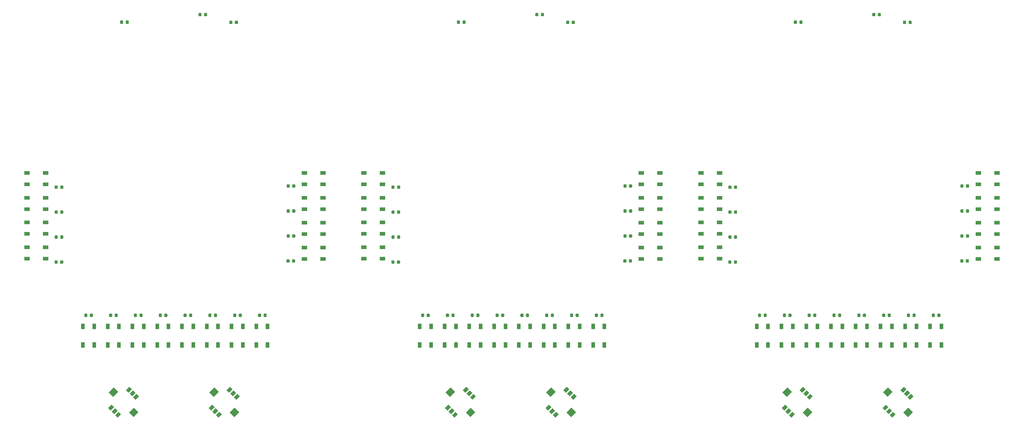
<source format=gtp>
%MOIN*%
%OFA0B0*%
%FSLAX46Y46*%
%IPPOS*%
%LPD*%
%ADD10R,0.0610236220472441X0.03937007874015748*%
%ADD11C,0.0039370078740157488*%
%ADD12R,0.03937007874015748X0.0610236220472441*%
%ADD23R,0.0610236220472441X0.03937007874015748*%
%ADD24C,0.0039370078740157488*%
%ADD25R,0.03937007874015748X0.0610236220472441*%
%ADD26R,0.0610236220472441X0.03937007874015748*%
%ADD27C,0.0039370078740157488*%
%ADD28R,0.03937007874015748X0.0610236220472441*%
G01*
G36*
G01*
X0000947480Y0003427278D02*
X0000947480Y0003447456D01*
G75*
G02*
X0000956092Y0003456068I0000008612D01*
G01*
X0000973316Y0003456068D01*
G75*
G02*
X0000981929Y0003447456J-0000008612D01*
G01*
X0000981929Y0003427278D01*
G75*
G02*
X0000973316Y0003418666I-0000008612D01*
G01*
X0000956092Y0003418666D01*
G75*
G02*
X0000947480Y0003427278J0000008612D01*
G01*
G37*
G36*
G01*
X0000885472Y0003427278D02*
X0000885472Y0003447456D01*
G75*
G02*
X0000894084Y0003456068I0000008612D01*
G01*
X0000911309Y0003456068D01*
G75*
G02*
X0000919921Y0003447456J-0000008612D01*
G01*
X0000919921Y0003427278D01*
G75*
G02*
X0000911309Y0003418666I-0000008612D01*
G01*
X0000894084Y0003418666D01*
G75*
G02*
X0000885472Y0003427278J0000008612D01*
G01*
G37*
G36*
G01*
X0000947480Y0003149945D02*
X0000947480Y0003170122D01*
G75*
G02*
X0000956092Y0003178734I0000008612D01*
G01*
X0000973316Y0003178734D01*
G75*
G02*
X0000981929Y0003170122J-0000008612D01*
G01*
X0000981929Y0003149945D01*
G75*
G02*
X0000973316Y0003141333I-0000008612D01*
G01*
X0000956092Y0003141333D01*
G75*
G02*
X0000947480Y0003149945J0000008612D01*
G01*
G37*
G36*
G01*
X0000885472Y0003149945D02*
X0000885472Y0003170122D01*
G75*
G02*
X0000894084Y0003178734I0000008612D01*
G01*
X0000911309Y0003178734D01*
G75*
G02*
X0000919921Y0003170122J-0000008612D01*
G01*
X0000919921Y0003149945D01*
G75*
G02*
X0000911309Y0003141333I-0000008612D01*
G01*
X0000894084Y0003141333D01*
G75*
G02*
X0000885472Y0003149945J0000008612D01*
G01*
G37*
G36*
G01*
X0003495921Y0003181789D02*
X0003495921Y0003161612D01*
G75*
G02*
X0003487309Y0003153000I-0000008612D01*
G01*
X0003470084Y0003153000D01*
G75*
G02*
X0003461472Y0003161612J0000008612D01*
G01*
X0003461472Y0003181789D01*
G75*
G02*
X0003470084Y0003190401I0000008612D01*
G01*
X0003487309Y0003190401D01*
G75*
G02*
X0003495921Y0003181789J-0000008612D01*
G01*
G37*
G36*
G01*
X0003557929Y0003181789D02*
X0003557929Y0003161612D01*
G75*
G02*
X0003549316Y0003153000I-0000008612D01*
G01*
X0003532092Y0003153000D01*
G75*
G02*
X0003523480Y0003161612J0000008612D01*
G01*
X0003523480Y0003181789D01*
G75*
G02*
X0003532092Y0003190401I0000008612D01*
G01*
X0003549316Y0003190401D01*
G75*
G02*
X0003557929Y0003181789J-0000008612D01*
G01*
G37*
G36*
G01*
X0001800064Y0002299789D02*
X0001800064Y0002279612D01*
G75*
G02*
X0001791451Y0002271000I-0000008612D01*
G01*
X0001774227Y0002271000D01*
G75*
G02*
X0001765615Y0002279612J0000008612D01*
G01*
X0001765615Y0002299789D01*
G75*
G02*
X0001774227Y0002308401I0000008612D01*
G01*
X0001791451Y0002308401D01*
G75*
G02*
X0001800064Y0002299789J-0000008612D01*
G01*
G37*
G36*
G01*
X0001862071Y0002299789D02*
X0001862071Y0002279612D01*
G75*
G02*
X0001853459Y0002271000I-0000008612D01*
G01*
X0001836235Y0002271000D01*
G75*
G02*
X0001827623Y0002279612J0000008612D01*
G01*
X0001827623Y0002299789D01*
G75*
G02*
X0001836235Y0002308401I0000008612D01*
G01*
X0001853459Y0002308401D01*
G75*
G02*
X0001862071Y0002299789J-0000008612D01*
G01*
G37*
G36*
G01*
X0001674015Y0005539911D02*
X0001674015Y0005560088D01*
G75*
G02*
X0001682627Y0005568700I0000008612D01*
G01*
X0001699852Y0005568700D01*
G75*
G02*
X0001708464Y0005560088J-0000008612D01*
G01*
X0001708464Y0005539911D01*
G75*
G02*
X0001699852Y0005531299I-0000008612D01*
G01*
X0001682627Y0005531299D01*
G75*
G02*
X0001674015Y0005539911J0000008612D01*
G01*
G37*
G36*
G01*
X0001612007Y0005539911D02*
X0001612007Y0005560088D01*
G75*
G02*
X0001620620Y0005568700I0000008612D01*
G01*
X0001637844Y0005568700D01*
G75*
G02*
X0001646456Y0005560088J-0000008612D01*
G01*
X0001646456Y0005539911D01*
G75*
G02*
X0001637844Y0005531299I-0000008612D01*
G01*
X0001620620Y0005531299D01*
G75*
G02*
X0001612007Y0005539911J0000008612D01*
G01*
G37*
G36*
G01*
X0000946480Y0002872612D02*
X0000946480Y0002892789D01*
G75*
G02*
X0000955092Y0002901401I0000008612D01*
G01*
X0000972316Y0002901401D01*
G75*
G02*
X0000980929Y0002892789J-0000008612D01*
G01*
X0000980929Y0002872612D01*
G75*
G02*
X0000972316Y0002864000I-0000008612D01*
G01*
X0000955092Y0002864000D01*
G75*
G02*
X0000946480Y0002872612J0000008612D01*
G01*
G37*
G36*
G01*
X0000884472Y0002872612D02*
X0000884472Y0002892789D01*
G75*
G02*
X0000893084Y0002901401I0000008612D01*
G01*
X0000910309Y0002901401D01*
G75*
G02*
X0000918921Y0002892789J-0000008612D01*
G01*
X0000918921Y0002872612D01*
G75*
G02*
X0000910309Y0002864000I-0000008612D01*
G01*
X0000893084Y0002864000D01*
G75*
G02*
X0000884472Y0002872612J0000008612D01*
G01*
G37*
G36*
G01*
X0002886220Y0005537549D02*
X0002886220Y0005557726D01*
G75*
G02*
X0002894832Y0005566338I0000008612D01*
G01*
X0002912057Y0005566338D01*
G75*
G02*
X0002920669Y0005557726J-0000008612D01*
G01*
X0002920669Y0005537549D01*
G75*
G02*
X0002912057Y0005528937I-0000008612D01*
G01*
X0002894832Y0005528937D01*
G75*
G02*
X0002886220Y0005537549J0000008612D01*
G01*
G37*
G36*
G01*
X0002824212Y0005537549D02*
X0002824212Y0005557726D01*
G75*
G02*
X0002832824Y0005566338I0000008612D01*
G01*
X0002850049Y0005566338D01*
G75*
G02*
X0002858661Y0005557726J-0000008612D01*
G01*
X0002858661Y0005537549D01*
G75*
G02*
X0002850049Y0005528937I-0000008612D01*
G01*
X0002832824Y0005528937D01*
G75*
G02*
X0002824212Y0005537549J0000008612D01*
G01*
G37*
G36*
G01*
X0000947480Y0003704612D02*
X0000947480Y0003724789D01*
G75*
G02*
X0000956092Y0003733401I0000008612D01*
G01*
X0000973316Y0003733401D01*
G75*
G02*
X0000981929Y0003724789J-0000008612D01*
G01*
X0000981929Y0003704612D01*
G75*
G02*
X0000973316Y0003696000I-0000008612D01*
G01*
X0000956092Y0003696000D01*
G75*
G02*
X0000947480Y0003704612J0000008612D01*
G01*
G37*
G36*
G01*
X0000885472Y0003704612D02*
X0000885472Y0003724789D01*
G75*
G02*
X0000894084Y0003733401I0000008612D01*
G01*
X0000911309Y0003733401D01*
G75*
G02*
X0000919921Y0003724789J-0000008612D01*
G01*
X0000919921Y0003704612D01*
G75*
G02*
X0000911309Y0003696000I-0000008612D01*
G01*
X0000894084Y0003696000D01*
G75*
G02*
X0000885472Y0003704612J0000008612D01*
G01*
G37*
G36*
G01*
X0001524492Y0002299789D02*
X0001524492Y0002279612D01*
G75*
G02*
X0001515880Y0002271000I-0000008612D01*
G01*
X0001498656Y0002271000D01*
G75*
G02*
X0001490043Y0002279612J0000008612D01*
G01*
X0001490043Y0002299789D01*
G75*
G02*
X0001498656Y0002308401I0000008612D01*
G01*
X0001515880Y0002308401D01*
G75*
G02*
X0001524492Y0002299789J-0000008612D01*
G01*
G37*
G36*
G01*
X0001586500Y0002299789D02*
X0001586500Y0002279612D01*
G75*
G02*
X0001577888Y0002271000I-0000008612D01*
G01*
X0001560663Y0002271000D01*
G75*
G02*
X0001552051Y0002279612J0000008612D01*
G01*
X0001552051Y0002299789D01*
G75*
G02*
X0001560663Y0002308401I0000008612D01*
G01*
X0001577888Y0002308401D01*
G75*
G02*
X0001586500Y0002299789J-0000008612D01*
G01*
G37*
G36*
G01*
X0002902349Y0002299789D02*
X0002902349Y0002279612D01*
G75*
G02*
X0002893737Y0002271000I-0000008612D01*
G01*
X0002876513Y0002271000D01*
G75*
G02*
X0002867900Y0002279612J0000008612D01*
G01*
X0002867900Y0002299789D01*
G75*
G02*
X0002876513Y0002308401I0000008612D01*
G01*
X0002893737Y0002308401D01*
G75*
G02*
X0002902349Y0002299789J-0000008612D01*
G01*
G37*
G36*
G01*
X0002964357Y0002299789D02*
X0002964357Y0002279612D01*
G75*
G02*
X0002955745Y0002271000I-0000008612D01*
G01*
X0002938521Y0002271000D01*
G75*
G02*
X0002929908Y0002279612J0000008612D01*
G01*
X0002929908Y0002299789D01*
G75*
G02*
X0002938521Y0002308401I0000008612D01*
G01*
X0002955745Y0002308401D01*
G75*
G02*
X0002964357Y0002299789J-0000008612D01*
G01*
G37*
G36*
G01*
X0002351206Y0002299789D02*
X0002351206Y0002279612D01*
G75*
G02*
X0002342594Y0002271000I-0000008612D01*
G01*
X0002325370Y0002271000D01*
G75*
G02*
X0002316758Y0002279612J0000008612D01*
G01*
X0002316758Y0002299789D01*
G75*
G02*
X0002325370Y0002308401I0000008612D01*
G01*
X0002342594Y0002308401D01*
G75*
G02*
X0002351206Y0002299789J-0000008612D01*
G01*
G37*
G36*
G01*
X0002413214Y0002299789D02*
X0002413214Y0002279612D01*
G75*
G02*
X0002404602Y0002271000I-0000008612D01*
G01*
X0002387378Y0002271000D01*
G75*
G02*
X0002378765Y0002279612J0000008612D01*
G01*
X0002378765Y0002299789D01*
G75*
G02*
X0002387378Y0002308401I0000008612D01*
G01*
X0002404602Y0002308401D01*
G75*
G02*
X0002413214Y0002299789J-0000008612D01*
G01*
G37*
G36*
G01*
X0001248921Y0002299789D02*
X0001248921Y0002279612D01*
G75*
G02*
X0001240309Y0002271000I-0000008612D01*
G01*
X0001223084Y0002271000D01*
G75*
G02*
X0001214472Y0002279612J0000008612D01*
G01*
X0001214472Y0002299789D01*
G75*
G02*
X0001223084Y0002308401I0000008612D01*
G01*
X0001240309Y0002308401D01*
G75*
G02*
X0001248921Y0002299789J-0000008612D01*
G01*
G37*
G36*
G01*
X0001310929Y0002299789D02*
X0001310929Y0002279612D01*
G75*
G02*
X0001302316Y0002271000I-0000008612D01*
G01*
X0001285092Y0002271000D01*
G75*
G02*
X0001276480Y0002279612J0000008612D01*
G01*
X0001276480Y0002299789D01*
G75*
G02*
X0001285092Y0002308401I0000008612D01*
G01*
X0001302316Y0002308401D01*
G75*
G02*
X0001310929Y0002299789J-0000008612D01*
G01*
G37*
G36*
G01*
X0003495921Y0003459789D02*
X0003495921Y0003439612D01*
G75*
G02*
X0003487309Y0003431000I-0000008612D01*
G01*
X0003470084Y0003431000D01*
G75*
G02*
X0003461472Y0003439612J0000008612D01*
G01*
X0003461472Y0003459789D01*
G75*
G02*
X0003470084Y0003468401I0000008612D01*
G01*
X0003487309Y0003468401D01*
G75*
G02*
X0003495921Y0003459789J-0000008612D01*
G01*
G37*
G36*
G01*
X0003557929Y0003459789D02*
X0003557929Y0003439612D01*
G75*
G02*
X0003549316Y0003431000I-0000008612D01*
G01*
X0003532092Y0003431000D01*
G75*
G02*
X0003523480Y0003439612J0000008612D01*
G01*
X0003523480Y0003459789D01*
G75*
G02*
X0003532092Y0003468401I0000008612D01*
G01*
X0003549316Y0003468401D01*
G75*
G02*
X0003557929Y0003459789J-0000008612D01*
G01*
G37*
G36*
G01*
X0002626778Y0002299789D02*
X0002626778Y0002279612D01*
G75*
G02*
X0002618166Y0002271000I-0000008612D01*
G01*
X0002600941Y0002271000D01*
G75*
G02*
X0002592329Y0002279612J0000008612D01*
G01*
X0002592329Y0002299789D01*
G75*
G02*
X0002600941Y0002308401I0000008612D01*
G01*
X0002618166Y0002308401D01*
G75*
G02*
X0002626778Y0002299789J-0000008612D01*
G01*
G37*
G36*
G01*
X0002688786Y0002299789D02*
X0002688786Y0002279612D01*
G75*
G02*
X0002680174Y0002271000I-0000008612D01*
G01*
X0002662949Y0002271000D01*
G75*
G02*
X0002654337Y0002279612J0000008612D01*
G01*
X0002654337Y0002299789D01*
G75*
G02*
X0002662949Y0002308401I0000008612D01*
G01*
X0002680174Y0002308401D01*
G75*
G02*
X0002688786Y0002299789J-0000008612D01*
G01*
G37*
G36*
G01*
X0003495921Y0003737789D02*
X0003495921Y0003717612D01*
G75*
G02*
X0003487309Y0003709000I-0000008612D01*
G01*
X0003470084Y0003709000D01*
G75*
G02*
X0003461472Y0003717612J0000008612D01*
G01*
X0003461472Y0003737789D01*
G75*
G02*
X0003470084Y0003746401I0000008612D01*
G01*
X0003487309Y0003746401D01*
G75*
G02*
X0003495921Y0003737789J-0000008612D01*
G01*
G37*
G36*
G01*
X0003557929Y0003737789D02*
X0003557929Y0003717612D01*
G75*
G02*
X0003549316Y0003709000I-0000008612D01*
G01*
X0003532092Y0003709000D01*
G75*
G02*
X0003523480Y0003717612J0000008612D01*
G01*
X0003523480Y0003737789D01*
G75*
G02*
X0003532092Y0003746401I0000008612D01*
G01*
X0003549316Y0003746401D01*
G75*
G02*
X0003557929Y0003737789J-0000008612D01*
G01*
G37*
G36*
G01*
X0002544480Y0005623612D02*
X0002544480Y0005643789D01*
G75*
G02*
X0002553092Y0005652401I0000008612D01*
G01*
X0002570316Y0005652401D01*
G75*
G02*
X0002578929Y0005643789J-0000008612D01*
G01*
X0002578929Y0005623612D01*
G75*
G02*
X0002570316Y0005615000I-0000008612D01*
G01*
X0002553092Y0005615000D01*
G75*
G02*
X0002544480Y0005623612J0000008612D01*
G01*
G37*
G36*
G01*
X0002482472Y0005623612D02*
X0002482472Y0005643789D01*
G75*
G02*
X0002491084Y0005652401I0000008612D01*
G01*
X0002508309Y0005652401D01*
G75*
G02*
X0002516921Y0005643789J-0000008612D01*
G01*
X0002516921Y0005623612D01*
G75*
G02*
X0002508309Y0005615000I-0000008612D01*
G01*
X0002491084Y0005615000D01*
G75*
G02*
X0002482472Y0005623612J0000008612D01*
G01*
G37*
D10*
X0000786811Y0003196309D03*
X0000786811Y0003322293D03*
X0000580118Y0003322293D03*
X0000580118Y0003196309D03*
D11*
G36*
X0002878664Y0001158059D02*
G01*
X0002828554Y0001208169D01*
X0002884231Y0001263847D01*
X0002934341Y0001213737D01*
X0002878664Y0001158059D01*
G37*
G36*
X0002653169Y0001383554D02*
G01*
X0002603059Y0001433664D01*
X0002658737Y0001489341D01*
X0002708847Y0001439232D01*
X0002653169Y0001383554D01*
G37*
G36*
X0002903023Y0001350843D02*
G01*
X0002875184Y0001378682D01*
X0002912766Y0001416264D01*
X0002940605Y0001388426D01*
X0002903023Y0001350843D01*
G37*
G36*
X0002823682Y0001430184D02*
G01*
X0002795843Y0001458023D01*
X0002833426Y0001495605D01*
X0002861264Y0001467766D01*
X0002823682Y0001430184D01*
G37*
G36*
X0002863352Y0001390514D02*
G01*
X0002835514Y0001418352D01*
X0002873096Y0001455935D01*
X0002900935Y0001428096D01*
X0002863352Y0001390514D01*
G37*
G36*
X0002703975Y0001151795D02*
G01*
X0002676136Y0001179634D01*
X0002713719Y0001217217D01*
X0002741557Y0001189378D01*
X0002703975Y0001151795D01*
G37*
G36*
X0002624634Y0001231136D02*
G01*
X0002596795Y0001258975D01*
X0002634378Y0001296557D01*
X0002662217Y0001268719D01*
X0002624634Y0001231136D01*
G37*
G36*
X0002664305Y0001191466D02*
G01*
X0002636466Y0001219305D01*
X0002674048Y0001256887D01*
X0002701887Y0001229048D01*
X0002664305Y0001191466D01*
G37*
D12*
X0002150407Y0002166047D03*
X0002024422Y0002166047D03*
X0002024422Y0001959354D03*
X0002150407Y0001959354D03*
D10*
X0003866878Y0003745677D03*
X0003866878Y0003871661D03*
X0003660185Y0003871661D03*
X0003660185Y0003745677D03*
X0003866878Y0003469801D03*
X0003866878Y0003595785D03*
X0003660185Y0003595785D03*
X0003660185Y0003469801D03*
D11*
G36*
X0001760664Y0001158059D02*
G01*
X0001710554Y0001208169D01*
X0001766232Y0001263847D01*
X0001816341Y0001213737D01*
X0001760664Y0001158059D01*
G37*
G36*
X0001535169Y0001383554D02*
G01*
X0001485059Y0001433664D01*
X0001540737Y0001489341D01*
X0001590847Y0001439232D01*
X0001535169Y0001383554D01*
G37*
G36*
X0001785023Y0001350843D02*
G01*
X0001757184Y0001378682D01*
X0001794766Y0001416264D01*
X0001822605Y0001388426D01*
X0001785023Y0001350843D01*
G37*
G36*
X0001705682Y0001430184D02*
G01*
X0001677843Y0001458023D01*
X0001715426Y0001495605D01*
X0001743264Y0001467766D01*
X0001705682Y0001430184D01*
G37*
G36*
X0001745352Y0001390514D02*
G01*
X0001717514Y0001418352D01*
X0001755096Y0001455935D01*
X0001782935Y0001428096D01*
X0001745352Y0001390514D01*
G37*
G36*
X0001585975Y0001151795D02*
G01*
X0001558136Y0001179634D01*
X0001595719Y0001217217D01*
X0001623557Y0001189378D01*
X0001585975Y0001151795D01*
G37*
G36*
X0001506634Y0001231136D02*
G01*
X0001478795Y0001258975D01*
X0001516378Y0001296557D01*
X0001544217Y0001268719D01*
X0001506634Y0001231136D01*
G37*
G36*
X0001546305Y0001191466D02*
G01*
X0001518466Y0001219305D01*
X0001556048Y0001256887D01*
X0001583887Y0001229048D01*
X0001546305Y0001191466D01*
G37*
D12*
X0003250292Y0002166047D03*
X0003124308Y0002166047D03*
X0003124308Y0001959354D03*
X0003250292Y0001959354D03*
X0002975321Y0002166047D03*
X0002849337Y0002166047D03*
X0002849337Y0001959354D03*
X0002975321Y0001959354D03*
X0002700349Y0002166047D03*
X0002574365Y0002166047D03*
X0002574365Y0001959354D03*
X0002700349Y0001959354D03*
D10*
X0000786811Y0002921259D03*
X0000786811Y0003047244D03*
X0000580118Y0003047244D03*
X0000580118Y0002921259D03*
D12*
X0001600464Y0002166047D03*
X0001474480Y0002166047D03*
X0001474480Y0001959354D03*
X0001600464Y0001959354D03*
D10*
X0003866878Y0003193925D03*
X0003866878Y0003319909D03*
X0003660185Y0003319909D03*
X0003660185Y0003193925D03*
X0003866878Y0002918049D03*
X0003866878Y0003044033D03*
X0003660185Y0003044033D03*
X0003660185Y0002918049D03*
X0000786811Y0003471359D03*
X0000786811Y0003597343D03*
X0000580118Y0003597343D03*
X0000580118Y0003471359D03*
D12*
X0002425378Y0002166047D03*
X0002299394Y0002166047D03*
X0002299394Y0001959354D03*
X0002425378Y0001959354D03*
X0001325492Y0002166047D03*
X0001199508Y0002166047D03*
X0001199508Y0001959354D03*
X0001325492Y0001959354D03*
D10*
X0000786811Y0003746408D03*
X0000786811Y0003872392D03*
X0000580118Y0003872392D03*
X0000580118Y0003746408D03*
D12*
X0001875435Y0002166047D03*
X0001749451Y0002166047D03*
X0001749451Y0001959354D03*
X0001875435Y0001959354D03*
G36*
G01*
X0002075635Y0002299789D02*
X0002075635Y0002279612D01*
G75*
G02*
X0002067023Y0002271000I-0000008612D01*
G01*
X0002049798Y0002271000D01*
G75*
G02*
X0002041186Y0002279612J0000008612D01*
G01*
X0002041186Y0002299789D01*
G75*
G02*
X0002049798Y0002308401I0000008612D01*
G01*
X0002067023Y0002308401D01*
G75*
G02*
X0002075635Y0002299789J-0000008612D01*
G01*
G37*
G36*
G01*
X0002137643Y0002299789D02*
X0002137643Y0002279612D01*
G75*
G02*
X0002129031Y0002271000I-0000008612D01*
G01*
X0002111806Y0002271000D01*
G75*
G02*
X0002103194Y0002279612J0000008612D01*
G01*
X0002103194Y0002299789D01*
G75*
G02*
X0002111806Y0002308401I0000008612D01*
G01*
X0002129031Y0002308401D01*
G75*
G02*
X0002137643Y0002299789J-0000008612D01*
G01*
G37*
G36*
G01*
X0003493921Y0002903789D02*
X0003493921Y0002883612D01*
G75*
G02*
X0003485309Y0002875000I-0000008612D01*
G01*
X0003468084Y0002875000D01*
G75*
G02*
X0003459472Y0002883612J0000008612D01*
G01*
X0003459472Y0002903789D01*
G75*
G02*
X0003468084Y0002912401I0000008612D01*
G01*
X0003485309Y0002912401D01*
G75*
G02*
X0003493921Y0002903789J-0000008612D01*
G01*
G37*
G36*
G01*
X0003555929Y0002903789D02*
X0003555929Y0002883612D01*
G75*
G02*
X0003547316Y0002875000I-0000008612D01*
G01*
X0003530092Y0002875000D01*
G75*
G02*
X0003521480Y0002883612J0000008612D01*
G01*
X0003521480Y0002903789D01*
G75*
G02*
X0003530092Y0002912401I0000008612D01*
G01*
X0003547316Y0002912401D01*
G75*
G02*
X0003555929Y0002903789J-0000008612D01*
G01*
G37*
G36*
G01*
X0003177921Y0002299789D02*
X0003177921Y0002279612D01*
G75*
G02*
X0003169309Y0002271000I-0000008612D01*
G01*
X0003152084Y0002271000D01*
G75*
G02*
X0003143472Y0002279612J0000008612D01*
G01*
X0003143472Y0002299789D01*
G75*
G02*
X0003152084Y0002308401I0000008612D01*
G01*
X0003169309Y0002308401D01*
G75*
G02*
X0003177921Y0002299789J-0000008612D01*
G01*
G37*
G36*
G01*
X0003239929Y0002299789D02*
X0003239929Y0002279612D01*
G75*
G02*
X0003231316Y0002271000I-0000008612D01*
G01*
X0003214092Y0002271000D01*
G75*
G02*
X0003205480Y0002279612J0000008612D01*
G01*
X0003205480Y0002299789D01*
G75*
G02*
X0003214092Y0002308401I0000008612D01*
G01*
X0003231316Y0002308401D01*
G75*
G02*
X0003239929Y0002299789J-0000008612D01*
G01*
G37*
G04 next file*
G04 #@! TF.GenerationSoftware,KiCad,Pcbnew,(5.1.9)-1*
G04 #@! TF.CreationDate,2021-01-16T23:54:46-07:00*
G04 #@! TF.ProjectId,purplewizard,70757270-6c65-4776-997a-6172642e6b69,0.1*
G04 #@! TF.SameCoordinates,PX613b810PYa454c00*
G04 #@! TF.FileFunction,Paste,Top*
G04 #@! TF.FilePolarity,Positive*
G04 Gerber Fmt 4.6, Leading zero omitted, Abs format (unit mm)*
G04 Created by KiCad (PCBNEW (5.1.9)-1) date 2021-01-16 23:54:46*
G01*
G04 APERTURE LIST*
G04 APERTURE END LIST*
G36*
G01*
X0004687637Y0003427278D02*
X0004687637Y0003447456D01*
G75*
G02*
X0004696250Y0003456068I0000008612D01*
G01*
X0004713474Y0003456068D01*
G75*
G02*
X0004722086Y0003447456J-0000008612D01*
G01*
X0004722086Y0003427278D01*
G75*
G02*
X0004713474Y0003418666I-0000008612D01*
G01*
X0004696250Y0003418666D01*
G75*
G02*
X0004687637Y0003427278J0000008612D01*
G01*
G37*
G36*
G01*
X0004625629Y0003427278D02*
X0004625629Y0003447456D01*
G75*
G02*
X0004634242Y0003456068I0000008612D01*
G01*
X0004651466Y0003456068D01*
G75*
G02*
X0004660078Y0003447456J-0000008612D01*
G01*
X0004660078Y0003427278D01*
G75*
G02*
X0004651466Y0003418666I-0000008612D01*
G01*
X0004634242Y0003418666D01*
G75*
G02*
X0004625629Y0003427278J0000008612D01*
G01*
G37*
G36*
G01*
X0004687637Y0003149945D02*
X0004687637Y0003170122D01*
G75*
G02*
X0004696250Y0003178734I0000008612D01*
G01*
X0004713474Y0003178734D01*
G75*
G02*
X0004722086Y0003170122J-0000008612D01*
G01*
X0004722086Y0003149945D01*
G75*
G02*
X0004713474Y0003141333I-0000008612D01*
G01*
X0004696250Y0003141333D01*
G75*
G02*
X0004687637Y0003149945J0000008612D01*
G01*
G37*
G36*
G01*
X0004625629Y0003149945D02*
X0004625629Y0003170122D01*
G75*
G02*
X0004634242Y0003178734I0000008612D01*
G01*
X0004651466Y0003178734D01*
G75*
G02*
X0004660078Y0003170122J-0000008612D01*
G01*
X0004660078Y0003149945D01*
G75*
G02*
X0004651466Y0003141333I-0000008612D01*
G01*
X0004634242Y0003141333D01*
G75*
G02*
X0004625629Y0003149945J0000008612D01*
G01*
G37*
G36*
G01*
X0007236078Y0003181789D02*
X0007236078Y0003161612D01*
G75*
G02*
X0007227466Y0003153000I-0000008612D01*
G01*
X0007210242Y0003153000D01*
G75*
G02*
X0007201629Y0003161612J0000008612D01*
G01*
X0007201629Y0003181789D01*
G75*
G02*
X0007210242Y0003190401I0000008612D01*
G01*
X0007227466Y0003190401D01*
G75*
G02*
X0007236078Y0003181789J-0000008612D01*
G01*
G37*
G36*
G01*
X0007298086Y0003181789D02*
X0007298086Y0003161612D01*
G75*
G02*
X0007289474Y0003153000I-0000008612D01*
G01*
X0007272250Y0003153000D01*
G75*
G02*
X0007263637Y0003161612J0000008612D01*
G01*
X0007263637Y0003181789D01*
G75*
G02*
X0007272250Y0003190401I0000008612D01*
G01*
X0007289474Y0003190401D01*
G75*
G02*
X0007298086Y0003181789J-0000008612D01*
G01*
G37*
G36*
G01*
X0005540221Y0002299789D02*
X0005540221Y0002279612D01*
G75*
G02*
X0005531609Y0002271000I-0000008612D01*
G01*
X0005514384Y0002271000D01*
G75*
G02*
X0005505772Y0002279612J0000008612D01*
G01*
X0005505772Y0002299789D01*
G75*
G02*
X0005514384Y0002308401I0000008612D01*
G01*
X0005531609Y0002308401D01*
G75*
G02*
X0005540221Y0002299789J-0000008612D01*
G01*
G37*
G36*
G01*
X0005602229Y0002299789D02*
X0005602229Y0002279612D01*
G75*
G02*
X0005593617Y0002271000I-0000008612D01*
G01*
X0005576392Y0002271000D01*
G75*
G02*
X0005567780Y0002279612J0000008612D01*
G01*
X0005567780Y0002299789D01*
G75*
G02*
X0005576392Y0002308401I0000008612D01*
G01*
X0005593617Y0002308401D01*
G75*
G02*
X0005602229Y0002299789J-0000008612D01*
G01*
G37*
G36*
G01*
X0005414173Y0005539911D02*
X0005414173Y0005560088D01*
G75*
G02*
X0005422785Y0005568700I0000008612D01*
G01*
X0005440009Y0005568700D01*
G75*
G02*
X0005448622Y0005560088J-0000008612D01*
G01*
X0005448622Y0005539911D01*
G75*
G02*
X0005440009Y0005531299I-0000008612D01*
G01*
X0005422785Y0005531299D01*
G75*
G02*
X0005414173Y0005539911J0000008612D01*
G01*
G37*
G36*
G01*
X0005352165Y0005539911D02*
X0005352165Y0005560088D01*
G75*
G02*
X0005360777Y0005568700I0000008612D01*
G01*
X0005378001Y0005568700D01*
G75*
G02*
X0005386614Y0005560088J-0000008612D01*
G01*
X0005386614Y0005539911D01*
G75*
G02*
X0005378001Y0005531299I-0000008612D01*
G01*
X0005360777Y0005531299D01*
G75*
G02*
X0005352165Y0005539911J0000008612D01*
G01*
G37*
G36*
G01*
X0004686637Y0002872612D02*
X0004686637Y0002892789D01*
G75*
G02*
X0004695250Y0002901401I0000008612D01*
G01*
X0004712474Y0002901401D01*
G75*
G02*
X0004721086Y0002892789J-0000008612D01*
G01*
X0004721086Y0002872612D01*
G75*
G02*
X0004712474Y0002864000I-0000008612D01*
G01*
X0004695250Y0002864000D01*
G75*
G02*
X0004686637Y0002872612J0000008612D01*
G01*
G37*
G36*
G01*
X0004624629Y0002872612D02*
X0004624629Y0002892789D01*
G75*
G02*
X0004633242Y0002901401I0000008612D01*
G01*
X0004650466Y0002901401D01*
G75*
G02*
X0004659078Y0002892789J-0000008612D01*
G01*
X0004659078Y0002872612D01*
G75*
G02*
X0004650466Y0002864000I-0000008612D01*
G01*
X0004633242Y0002864000D01*
G75*
G02*
X0004624629Y0002872612J0000008612D01*
G01*
G37*
G36*
G01*
X0006626377Y0005537549D02*
X0006626377Y0005557726D01*
G75*
G02*
X0006634990Y0005566338I0000008612D01*
G01*
X0006652214Y0005566338D01*
G75*
G02*
X0006660826Y0005557726J-0000008612D01*
G01*
X0006660826Y0005537549D01*
G75*
G02*
X0006652214Y0005528937I-0000008612D01*
G01*
X0006634990Y0005528937D01*
G75*
G02*
X0006626377Y0005537549J0000008612D01*
G01*
G37*
G36*
G01*
X0006564370Y0005537549D02*
X0006564370Y0005557726D01*
G75*
G02*
X0006572982Y0005566338I0000008612D01*
G01*
X0006590206Y0005566338D01*
G75*
G02*
X0006598818Y0005557726J-0000008612D01*
G01*
X0006598818Y0005537549D01*
G75*
G02*
X0006590206Y0005528937I-0000008612D01*
G01*
X0006572982Y0005528937D01*
G75*
G02*
X0006564370Y0005537549J0000008612D01*
G01*
G37*
G36*
G01*
X0004687637Y0003704612D02*
X0004687637Y0003724789D01*
G75*
G02*
X0004696250Y0003733401I0000008612D01*
G01*
X0004713474Y0003733401D01*
G75*
G02*
X0004722086Y0003724789J-0000008612D01*
G01*
X0004722086Y0003704612D01*
G75*
G02*
X0004713474Y0003696000I-0000008612D01*
G01*
X0004696250Y0003696000D01*
G75*
G02*
X0004687637Y0003704612J0000008612D01*
G01*
G37*
G36*
G01*
X0004625629Y0003704612D02*
X0004625629Y0003724789D01*
G75*
G02*
X0004634242Y0003733401I0000008612D01*
G01*
X0004651466Y0003733401D01*
G75*
G02*
X0004660078Y0003724789J-0000008612D01*
G01*
X0004660078Y0003704612D01*
G75*
G02*
X0004651466Y0003696000I-0000008612D01*
G01*
X0004634242Y0003696000D01*
G75*
G02*
X0004625629Y0003704612J0000008612D01*
G01*
G37*
G36*
G01*
X0005264650Y0002299789D02*
X0005264650Y0002279612D01*
G75*
G02*
X0005256037Y0002271000I-0000008612D01*
G01*
X0005238813Y0002271000D01*
G75*
G02*
X0005230201Y0002279612J0000008612D01*
G01*
X0005230201Y0002299789D01*
G75*
G02*
X0005238813Y0002308401I0000008612D01*
G01*
X0005256037Y0002308401D01*
G75*
G02*
X0005264650Y0002299789J-0000008612D01*
G01*
G37*
G36*
G01*
X0005326658Y0002299789D02*
X0005326658Y0002279612D01*
G75*
G02*
X0005318045Y0002271000I-0000008612D01*
G01*
X0005300821Y0002271000D01*
G75*
G02*
X0005292209Y0002279612J0000008612D01*
G01*
X0005292209Y0002299789D01*
G75*
G02*
X0005300821Y0002308401I0000008612D01*
G01*
X0005318045Y0002308401D01*
G75*
G02*
X0005326658Y0002299789J-0000008612D01*
G01*
G37*
G36*
G01*
X0006642507Y0002299789D02*
X0006642507Y0002279612D01*
G75*
G02*
X0006633895Y0002271000I-0000008612D01*
G01*
X0006616670Y0002271000D01*
G75*
G02*
X0006608058Y0002279612J0000008612D01*
G01*
X0006608058Y0002299789D01*
G75*
G02*
X0006616670Y0002308401I0000008612D01*
G01*
X0006633895Y0002308401D01*
G75*
G02*
X0006642507Y0002299789J-0000008612D01*
G01*
G37*
G36*
G01*
X0006704515Y0002299789D02*
X0006704515Y0002279612D01*
G75*
G02*
X0006695902Y0002271000I-0000008612D01*
G01*
X0006678678Y0002271000D01*
G75*
G02*
X0006670066Y0002279612J0000008612D01*
G01*
X0006670066Y0002299789D01*
G75*
G02*
X0006678678Y0002308401I0000008612D01*
G01*
X0006695902Y0002308401D01*
G75*
G02*
X0006704515Y0002299789J-0000008612D01*
G01*
G37*
G36*
G01*
X0006091364Y0002299789D02*
X0006091364Y0002279612D01*
G75*
G02*
X0006082752Y0002271000I-0000008612D01*
G01*
X0006065527Y0002271000D01*
G75*
G02*
X0006056915Y0002279612J0000008612D01*
G01*
X0006056915Y0002299789D01*
G75*
G02*
X0006065527Y0002308401I0000008612D01*
G01*
X0006082752Y0002308401D01*
G75*
G02*
X0006091364Y0002299789J-0000008612D01*
G01*
G37*
G36*
G01*
X0006153372Y0002299789D02*
X0006153372Y0002279612D01*
G75*
G02*
X0006144760Y0002271000I-0000008612D01*
G01*
X0006127535Y0002271000D01*
G75*
G02*
X0006118923Y0002279612J0000008612D01*
G01*
X0006118923Y0002299789D01*
G75*
G02*
X0006127535Y0002308401I0000008612D01*
G01*
X0006144760Y0002308401D01*
G75*
G02*
X0006153372Y0002299789J-0000008612D01*
G01*
G37*
G36*
G01*
X0004989078Y0002299789D02*
X0004989078Y0002279612D01*
G75*
G02*
X0004980466Y0002271000I-0000008612D01*
G01*
X0004963242Y0002271000D01*
G75*
G02*
X0004954629Y0002279612J0000008612D01*
G01*
X0004954629Y0002299789D01*
G75*
G02*
X0004963242Y0002308401I0000008612D01*
G01*
X0004980466Y0002308401D01*
G75*
G02*
X0004989078Y0002299789J-0000008612D01*
G01*
G37*
G36*
G01*
X0005051086Y0002299789D02*
X0005051086Y0002279612D01*
G75*
G02*
X0005042474Y0002271000I-0000008612D01*
G01*
X0005025250Y0002271000D01*
G75*
G02*
X0005016637Y0002279612J0000008612D01*
G01*
X0005016637Y0002299789D01*
G75*
G02*
X0005025250Y0002308401I0000008612D01*
G01*
X0005042474Y0002308401D01*
G75*
G02*
X0005051086Y0002299789J-0000008612D01*
G01*
G37*
G36*
G01*
X0007236078Y0003459789D02*
X0007236078Y0003439612D01*
G75*
G02*
X0007227466Y0003431000I-0000008612D01*
G01*
X0007210242Y0003431000D01*
G75*
G02*
X0007201629Y0003439612J0000008612D01*
G01*
X0007201629Y0003459789D01*
G75*
G02*
X0007210242Y0003468401I0000008612D01*
G01*
X0007227466Y0003468401D01*
G75*
G02*
X0007236078Y0003459789J-0000008612D01*
G01*
G37*
G36*
G01*
X0007298086Y0003459789D02*
X0007298086Y0003439612D01*
G75*
G02*
X0007289474Y0003431000I-0000008612D01*
G01*
X0007272250Y0003431000D01*
G75*
G02*
X0007263637Y0003439612J0000008612D01*
G01*
X0007263637Y0003459789D01*
G75*
G02*
X0007272250Y0003468401I0000008612D01*
G01*
X0007289474Y0003468401D01*
G75*
G02*
X0007298086Y0003459789J-0000008612D01*
G01*
G37*
G36*
G01*
X0006366935Y0002299789D02*
X0006366935Y0002279612D01*
G75*
G02*
X0006358323Y0002271000I-0000008612D01*
G01*
X0006341099Y0002271000D01*
G75*
G02*
X0006332487Y0002279612J0000008612D01*
G01*
X0006332487Y0002299789D01*
G75*
G02*
X0006341099Y0002308401I0000008612D01*
G01*
X0006358323Y0002308401D01*
G75*
G02*
X0006366935Y0002299789J-0000008612D01*
G01*
G37*
G36*
G01*
X0006428943Y0002299789D02*
X0006428943Y0002279612D01*
G75*
G02*
X0006420331Y0002271000I-0000008612D01*
G01*
X0006403107Y0002271000D01*
G75*
G02*
X0006394494Y0002279612J0000008612D01*
G01*
X0006394494Y0002299789D01*
G75*
G02*
X0006403107Y0002308401I0000008612D01*
G01*
X0006420331Y0002308401D01*
G75*
G02*
X0006428943Y0002299789J-0000008612D01*
G01*
G37*
G36*
G01*
X0007236078Y0003737789D02*
X0007236078Y0003717612D01*
G75*
G02*
X0007227466Y0003709000I-0000008612D01*
G01*
X0007210242Y0003709000D01*
G75*
G02*
X0007201629Y0003717612J0000008612D01*
G01*
X0007201629Y0003737789D01*
G75*
G02*
X0007210242Y0003746401I0000008612D01*
G01*
X0007227466Y0003746401D01*
G75*
G02*
X0007236078Y0003737789J-0000008612D01*
G01*
G37*
G36*
G01*
X0007298086Y0003737789D02*
X0007298086Y0003717612D01*
G75*
G02*
X0007289474Y0003709000I-0000008612D01*
G01*
X0007272250Y0003709000D01*
G75*
G02*
X0007263637Y0003717612J0000008612D01*
G01*
X0007263637Y0003737789D01*
G75*
G02*
X0007272250Y0003746401I0000008612D01*
G01*
X0007289474Y0003746401D01*
G75*
G02*
X0007298086Y0003737789J-0000008612D01*
G01*
G37*
G36*
G01*
X0006284637Y0005623612D02*
X0006284637Y0005643789D01*
G75*
G02*
X0006293250Y0005652401I0000008612D01*
G01*
X0006310474Y0005652401D01*
G75*
G02*
X0006319086Y0005643789J-0000008612D01*
G01*
X0006319086Y0005623612D01*
G75*
G02*
X0006310474Y0005615000I-0000008612D01*
G01*
X0006293250Y0005615000D01*
G75*
G02*
X0006284637Y0005623612J0000008612D01*
G01*
G37*
G36*
G01*
X0006222629Y0005623612D02*
X0006222629Y0005643789D01*
G75*
G02*
X0006231242Y0005652401I0000008612D01*
G01*
X0006248466Y0005652401D01*
G75*
G02*
X0006257078Y0005643789J-0000008612D01*
G01*
X0006257078Y0005623612D01*
G75*
G02*
X0006248466Y0005615000I-0000008612D01*
G01*
X0006231242Y0005615000D01*
G75*
G02*
X0006222629Y0005623612J0000008612D01*
G01*
G37*
D23*
X0004526968Y0003196309D03*
X0004526968Y0003322293D03*
X0004320275Y0003322293D03*
X0004320275Y0003196309D03*
D24*
G36*
X0006618821Y0001158059D02*
G01*
X0006568711Y0001208169D01*
X0006624389Y0001263847D01*
X0006674499Y0001213737D01*
X0006618821Y0001158059D01*
G37*
G36*
X0006393327Y0001383554D02*
G01*
X0006343217Y0001433664D01*
X0006398894Y0001489341D01*
X0006449004Y0001439232D01*
X0006393327Y0001383554D01*
G37*
G36*
X0006643180Y0001350843D02*
G01*
X0006615341Y0001378682D01*
X0006652924Y0001416264D01*
X0006680763Y0001388426D01*
X0006643180Y0001350843D01*
G37*
G36*
X0006563840Y0001430184D02*
G01*
X0006536001Y0001458023D01*
X0006573583Y0001495605D01*
X0006601422Y0001467766D01*
X0006563840Y0001430184D01*
G37*
G36*
X0006603510Y0001390514D02*
G01*
X0006575671Y0001418352D01*
X0006613253Y0001455935D01*
X0006641092Y0001428096D01*
X0006603510Y0001390514D01*
G37*
G36*
X0006444132Y0001151795D02*
G01*
X0006416294Y0001179634D01*
X0006453876Y0001217217D01*
X0006481715Y0001189378D01*
X0006444132Y0001151795D01*
G37*
G36*
X0006364792Y0001231136D02*
G01*
X0006336953Y0001258975D01*
X0006374535Y0001296557D01*
X0006402374Y0001268719D01*
X0006364792Y0001231136D01*
G37*
G36*
X0006404462Y0001191466D02*
G01*
X0006376623Y0001219305D01*
X0006414206Y0001256887D01*
X0006442045Y0001229048D01*
X0006404462Y0001191466D01*
G37*
D25*
X0005890564Y0002166047D03*
X0005764580Y0002166047D03*
X0005764580Y0001959354D03*
X0005890564Y0001959354D03*
D23*
X0007607036Y0003745677D03*
X0007607036Y0003871661D03*
X0007400343Y0003871661D03*
X0007400343Y0003745677D03*
X0007607036Y0003469801D03*
X0007607036Y0003595785D03*
X0007400343Y0003595785D03*
X0007400343Y0003469801D03*
D24*
G36*
X0005500821Y0001158059D02*
G01*
X0005450711Y0001208169D01*
X0005506389Y0001263847D01*
X0005556499Y0001213737D01*
X0005500821Y0001158059D01*
G37*
G36*
X0005275327Y0001383554D02*
G01*
X0005225217Y0001433664D01*
X0005280894Y0001489341D01*
X0005331004Y0001439232D01*
X0005275327Y0001383554D01*
G37*
G36*
X0005525180Y0001350843D02*
G01*
X0005497341Y0001378682D01*
X0005534924Y0001416264D01*
X0005562763Y0001388426D01*
X0005525180Y0001350843D01*
G37*
G36*
X0005445840Y0001430184D02*
G01*
X0005418001Y0001458023D01*
X0005455583Y0001495605D01*
X0005483422Y0001467766D01*
X0005445840Y0001430184D01*
G37*
G36*
X0005485510Y0001390514D02*
G01*
X0005457671Y0001418352D01*
X0005495253Y0001455935D01*
X0005523092Y0001428096D01*
X0005485510Y0001390514D01*
G37*
G36*
X0005326132Y0001151795D02*
G01*
X0005298294Y0001179634D01*
X0005335876Y0001217217D01*
X0005363715Y0001189378D01*
X0005326132Y0001151795D01*
G37*
G36*
X0005246792Y0001231136D02*
G01*
X0005218953Y0001258975D01*
X0005256535Y0001296557D01*
X0005284374Y0001268719D01*
X0005246792Y0001231136D01*
G37*
G36*
X0005286462Y0001191466D02*
G01*
X0005258623Y0001219305D01*
X0005296206Y0001256887D01*
X0005324045Y0001229048D01*
X0005286462Y0001191466D01*
G37*
D25*
X0006990450Y0002166047D03*
X0006864466Y0002166047D03*
X0006864466Y0001959354D03*
X0006990450Y0001959354D03*
X0006715478Y0002166047D03*
X0006589494Y0002166047D03*
X0006589494Y0001959354D03*
X0006715478Y0001959354D03*
X0006440507Y0002166047D03*
X0006314523Y0002166047D03*
X0006314523Y0001959354D03*
X0006440507Y0001959354D03*
D23*
X0004526968Y0002921259D03*
X0004526968Y0003047244D03*
X0004320275Y0003047244D03*
X0004320275Y0002921259D03*
D25*
X0005340621Y0002166047D03*
X0005214637Y0002166047D03*
X0005214637Y0001959354D03*
X0005340621Y0001959354D03*
D23*
X0007607036Y0003193925D03*
X0007607036Y0003319909D03*
X0007400343Y0003319909D03*
X0007400343Y0003193925D03*
X0007607036Y0002918049D03*
X0007607036Y0003044033D03*
X0007400343Y0003044033D03*
X0007400343Y0002918049D03*
X0004526968Y0003471359D03*
X0004526968Y0003597343D03*
X0004320275Y0003597343D03*
X0004320275Y0003471359D03*
D25*
X0006165536Y0002166047D03*
X0006039551Y0002166047D03*
X0006039551Y0001959354D03*
X0006165536Y0001959354D03*
X0005065650Y0002166047D03*
X0004939666Y0002166047D03*
X0004939666Y0001959354D03*
X0005065650Y0001959354D03*
D23*
X0004526968Y0003746408D03*
X0004526968Y0003872392D03*
X0004320275Y0003872392D03*
X0004320275Y0003746408D03*
D25*
X0005615593Y0002166047D03*
X0005489608Y0002166047D03*
X0005489608Y0001959354D03*
X0005615593Y0001959354D03*
G36*
G01*
X0005815792Y0002299789D02*
X0005815792Y0002279612D01*
G75*
G02*
X0005807180Y0002271000I-0000008612D01*
G01*
X0005789956Y0002271000D01*
G75*
G02*
X0005781344Y0002279612J0000008612D01*
G01*
X0005781344Y0002299789D01*
G75*
G02*
X0005789956Y0002308401I0000008612D01*
G01*
X0005807180Y0002308401D01*
G75*
G02*
X0005815792Y0002299789J-0000008612D01*
G01*
G37*
G36*
G01*
X0005877800Y0002299789D02*
X0005877800Y0002279612D01*
G75*
G02*
X0005869188Y0002271000I-0000008612D01*
G01*
X0005851964Y0002271000D01*
G75*
G02*
X0005843352Y0002279612J0000008612D01*
G01*
X0005843352Y0002299789D01*
G75*
G02*
X0005851964Y0002308401I0000008612D01*
G01*
X0005869188Y0002308401D01*
G75*
G02*
X0005877800Y0002299789J-0000008612D01*
G01*
G37*
G36*
G01*
X0007234078Y0002903789D02*
X0007234078Y0002883612D01*
G75*
G02*
X0007225466Y0002875000I-0000008612D01*
G01*
X0007208242Y0002875000D01*
G75*
G02*
X0007199629Y0002883612J0000008612D01*
G01*
X0007199629Y0002903789D01*
G75*
G02*
X0007208242Y0002912401I0000008612D01*
G01*
X0007225466Y0002912401D01*
G75*
G02*
X0007234078Y0002903789J-0000008612D01*
G01*
G37*
G36*
G01*
X0007296086Y0002903789D02*
X0007296086Y0002883612D01*
G75*
G02*
X0007287474Y0002875000I-0000008612D01*
G01*
X0007270250Y0002875000D01*
G75*
G02*
X0007261637Y0002883612J0000008612D01*
G01*
X0007261637Y0002903789D01*
G75*
G02*
X0007270250Y0002912401I0000008612D01*
G01*
X0007287474Y0002912401D01*
G75*
G02*
X0007296086Y0002903789J-0000008612D01*
G01*
G37*
G36*
G01*
X0006918078Y0002299789D02*
X0006918078Y0002279612D01*
G75*
G02*
X0006909466Y0002271000I-0000008612D01*
G01*
X0006892242Y0002271000D01*
G75*
G02*
X0006883629Y0002279612J0000008612D01*
G01*
X0006883629Y0002299789D01*
G75*
G02*
X0006892242Y0002308401I0000008612D01*
G01*
X0006909466Y0002308401D01*
G75*
G02*
X0006918078Y0002299789J-0000008612D01*
G01*
G37*
G36*
G01*
X0006980086Y0002299789D02*
X0006980086Y0002279612D01*
G75*
G02*
X0006971474Y0002271000I-0000008612D01*
G01*
X0006954250Y0002271000D01*
G75*
G02*
X0006945637Y0002279612J0000008612D01*
G01*
X0006945637Y0002299789D01*
G75*
G02*
X0006954250Y0002308401I0000008612D01*
G01*
X0006971474Y0002308401D01*
G75*
G02*
X0006980086Y0002299789J-0000008612D01*
G01*
G37*
G04 next file*
G04 #@! TF.GenerationSoftware,KiCad,Pcbnew,(5.1.9)-1*
G04 #@! TF.CreationDate,2021-01-16T23:54:46-07:00*
G04 #@! TF.ProjectId,purplewizard,70757270-6c65-4776-997a-6172642e6b69,0.1*
G04 #@! TF.SameCoordinates,PX613b810PYa454c00*
G04 #@! TF.FileFunction,Paste,Top*
G04 #@! TF.FilePolarity,Positive*
G04 Gerber Fmt 4.6, Leading zero omitted, Abs format (unit mm)*
G04 Created by KiCad (PCBNEW (5.1.9)-1) date 2021-01-16 23:54:46*
G01*
G04 APERTURE LIST*
G04 APERTURE END LIST*
G36*
G01*
X0008428582Y0003427278D02*
X0008428582Y0003447456D01*
G75*
G02*
X0008437194Y0003456068I0000008612D01*
G01*
X0008454419Y0003456068D01*
G75*
G02*
X0008463031Y0003447456J-0000008612D01*
G01*
X0008463031Y0003427278D01*
G75*
G02*
X0008454419Y0003418666I-0000008612D01*
G01*
X0008437194Y0003418666D01*
G75*
G02*
X0008428582Y0003427278J0000008612D01*
G01*
G37*
G36*
G01*
X0008366574Y0003427278D02*
X0008366574Y0003447456D01*
G75*
G02*
X0008375187Y0003456068I0000008612D01*
G01*
X0008392411Y0003456068D01*
G75*
G02*
X0008401023Y0003447456J-0000008612D01*
G01*
X0008401023Y0003427278D01*
G75*
G02*
X0008392411Y0003418666I-0000008612D01*
G01*
X0008375187Y0003418666D01*
G75*
G02*
X0008366574Y0003427278J0000008612D01*
G01*
G37*
G36*
G01*
X0008428582Y0003149945D02*
X0008428582Y0003170122D01*
G75*
G02*
X0008437194Y0003178734I0000008612D01*
G01*
X0008454419Y0003178734D01*
G75*
G02*
X0008463031Y0003170122J-0000008612D01*
G01*
X0008463031Y0003149945D01*
G75*
G02*
X0008454419Y0003141333I-0000008612D01*
G01*
X0008437194Y0003141333D01*
G75*
G02*
X0008428582Y0003149945J0000008612D01*
G01*
G37*
G36*
G01*
X0008366574Y0003149945D02*
X0008366574Y0003170122D01*
G75*
G02*
X0008375187Y0003178734I0000008612D01*
G01*
X0008392411Y0003178734D01*
G75*
G02*
X0008401023Y0003170122J-0000008612D01*
G01*
X0008401023Y0003149945D01*
G75*
G02*
X0008392411Y0003141333I-0000008612D01*
G01*
X0008375187Y0003141333D01*
G75*
G02*
X0008366574Y0003149945J0000008612D01*
G01*
G37*
G36*
G01*
X0010977023Y0003181789D02*
X0010977023Y0003161612D01*
G75*
G02*
X0010968411Y0003153000I-0000008612D01*
G01*
X0010951187Y0003153000D01*
G75*
G02*
X0010942574Y0003161612J0000008612D01*
G01*
X0010942574Y0003181789D01*
G75*
G02*
X0010951187Y0003190401I0000008612D01*
G01*
X0010968411Y0003190401D01*
G75*
G02*
X0010977023Y0003181789J-0000008612D01*
G01*
G37*
G36*
G01*
X0011039031Y0003181789D02*
X0011039031Y0003161612D01*
G75*
G02*
X0011030419Y0003153000I-0000008612D01*
G01*
X0011013194Y0003153000D01*
G75*
G02*
X0011004582Y0003161612J0000008612D01*
G01*
X0011004582Y0003181789D01*
G75*
G02*
X0011013194Y0003190401I0000008612D01*
G01*
X0011030419Y0003190401D01*
G75*
G02*
X0011039031Y0003181789J-0000008612D01*
G01*
G37*
G36*
G01*
X0009281166Y0002299789D02*
X0009281166Y0002279612D01*
G75*
G02*
X0009272554Y0002271000I-0000008612D01*
G01*
X0009255329Y0002271000D01*
G75*
G02*
X0009246717Y0002279612J0000008612D01*
G01*
X0009246717Y0002299789D01*
G75*
G02*
X0009255329Y0002308401I0000008612D01*
G01*
X0009272554Y0002308401D01*
G75*
G02*
X0009281166Y0002299789J-0000008612D01*
G01*
G37*
G36*
G01*
X0009343174Y0002299789D02*
X0009343174Y0002279612D01*
G75*
G02*
X0009334562Y0002271000I-0000008612D01*
G01*
X0009317337Y0002271000D01*
G75*
G02*
X0009308725Y0002279612J0000008612D01*
G01*
X0009308725Y0002299789D01*
G75*
G02*
X0009317337Y0002308401I0000008612D01*
G01*
X0009334562Y0002308401D01*
G75*
G02*
X0009343174Y0002299789J-0000008612D01*
G01*
G37*
G36*
G01*
X0009155118Y0005539911D02*
X0009155118Y0005560088D01*
G75*
G02*
X0009163730Y0005568700I0000008612D01*
G01*
X0009180954Y0005568700D01*
G75*
G02*
X0009189566Y0005560088J-0000008612D01*
G01*
X0009189566Y0005539911D01*
G75*
G02*
X0009180954Y0005531299I-0000008612D01*
G01*
X0009163730Y0005531299D01*
G75*
G02*
X0009155118Y0005539911J0000008612D01*
G01*
G37*
G36*
G01*
X0009093110Y0005539911D02*
X0009093110Y0005560088D01*
G75*
G02*
X0009101722Y0005568700I0000008612D01*
G01*
X0009118946Y0005568700D01*
G75*
G02*
X0009127559Y0005560088J-0000008612D01*
G01*
X0009127559Y0005539911D01*
G75*
G02*
X0009118946Y0005531299I-0000008612D01*
G01*
X0009101722Y0005531299D01*
G75*
G02*
X0009093110Y0005539911J0000008612D01*
G01*
G37*
G36*
G01*
X0008427582Y0002872612D02*
X0008427582Y0002892789D01*
G75*
G02*
X0008436194Y0002901401I0000008612D01*
G01*
X0008453419Y0002901401D01*
G75*
G02*
X0008462031Y0002892789J-0000008612D01*
G01*
X0008462031Y0002872612D01*
G75*
G02*
X0008453419Y0002864000I-0000008612D01*
G01*
X0008436194Y0002864000D01*
G75*
G02*
X0008427582Y0002872612J0000008612D01*
G01*
G37*
G36*
G01*
X0008365574Y0002872612D02*
X0008365574Y0002892789D01*
G75*
G02*
X0008374187Y0002901401I0000008612D01*
G01*
X0008391411Y0002901401D01*
G75*
G02*
X0008400023Y0002892789J-0000008612D01*
G01*
X0008400023Y0002872612D01*
G75*
G02*
X0008391411Y0002864000I-0000008612D01*
G01*
X0008374187Y0002864000D01*
G75*
G02*
X0008365574Y0002872612J0000008612D01*
G01*
G37*
G36*
G01*
X0010367322Y0005537549D02*
X0010367322Y0005557726D01*
G75*
G02*
X0010375935Y0005566338I0000008612D01*
G01*
X0010393159Y0005566338D01*
G75*
G02*
X0010401771Y0005557726J-0000008612D01*
G01*
X0010401771Y0005537549D01*
G75*
G02*
X0010393159Y0005528937I-0000008612D01*
G01*
X0010375935Y0005528937D01*
G75*
G02*
X0010367322Y0005537549J0000008612D01*
G01*
G37*
G36*
G01*
X0010305314Y0005537549D02*
X0010305314Y0005557726D01*
G75*
G02*
X0010313927Y0005566338I0000008612D01*
G01*
X0010331151Y0005566338D01*
G75*
G02*
X0010339763Y0005557726J-0000008612D01*
G01*
X0010339763Y0005537549D01*
G75*
G02*
X0010331151Y0005528937I-0000008612D01*
G01*
X0010313927Y0005528937D01*
G75*
G02*
X0010305314Y0005537549J0000008612D01*
G01*
G37*
G36*
G01*
X0008428582Y0003704612D02*
X0008428582Y0003724789D01*
G75*
G02*
X0008437194Y0003733401I0000008612D01*
G01*
X0008454419Y0003733401D01*
G75*
G02*
X0008463031Y0003724789J-0000008612D01*
G01*
X0008463031Y0003704612D01*
G75*
G02*
X0008454419Y0003696000I-0000008612D01*
G01*
X0008437194Y0003696000D01*
G75*
G02*
X0008428582Y0003704612J0000008612D01*
G01*
G37*
G36*
G01*
X0008366574Y0003704612D02*
X0008366574Y0003724789D01*
G75*
G02*
X0008375187Y0003733401I0000008612D01*
G01*
X0008392411Y0003733401D01*
G75*
G02*
X0008401023Y0003724789J-0000008612D01*
G01*
X0008401023Y0003704612D01*
G75*
G02*
X0008392411Y0003696000I-0000008612D01*
G01*
X0008375187Y0003696000D01*
G75*
G02*
X0008366574Y0003704612J0000008612D01*
G01*
G37*
G36*
G01*
X0009005595Y0002299789D02*
X0009005595Y0002279612D01*
G75*
G02*
X0008996982Y0002271000I-0000008612D01*
G01*
X0008979758Y0002271000D01*
G75*
G02*
X0008971146Y0002279612J0000008612D01*
G01*
X0008971146Y0002299789D01*
G75*
G02*
X0008979758Y0002308401I0000008612D01*
G01*
X0008996982Y0002308401D01*
G75*
G02*
X0009005595Y0002299789J-0000008612D01*
G01*
G37*
G36*
G01*
X0009067602Y0002299789D02*
X0009067602Y0002279612D01*
G75*
G02*
X0009058990Y0002271000I-0000008612D01*
G01*
X0009041766Y0002271000D01*
G75*
G02*
X0009033154Y0002279612J0000008612D01*
G01*
X0009033154Y0002299789D01*
G75*
G02*
X0009041766Y0002308401I0000008612D01*
G01*
X0009058990Y0002308401D01*
G75*
G02*
X0009067602Y0002299789J-0000008612D01*
G01*
G37*
G36*
G01*
X0010383452Y0002299789D02*
X0010383452Y0002279612D01*
G75*
G02*
X0010374839Y0002271000I-0000008612D01*
G01*
X0010357615Y0002271000D01*
G75*
G02*
X0010349003Y0002279612J0000008612D01*
G01*
X0010349003Y0002299789D01*
G75*
G02*
X0010357615Y0002308401I0000008612D01*
G01*
X0010374839Y0002308401D01*
G75*
G02*
X0010383452Y0002299789J-0000008612D01*
G01*
G37*
G36*
G01*
X0010445460Y0002299789D02*
X0010445460Y0002279612D01*
G75*
G02*
X0010436847Y0002271000I-0000008612D01*
G01*
X0010419623Y0002271000D01*
G75*
G02*
X0010411011Y0002279612J0000008612D01*
G01*
X0010411011Y0002299789D01*
G75*
G02*
X0010419623Y0002308401I0000008612D01*
G01*
X0010436847Y0002308401D01*
G75*
G02*
X0010445460Y0002299789J-0000008612D01*
G01*
G37*
G36*
G01*
X0009832309Y0002299789D02*
X0009832309Y0002279612D01*
G75*
G02*
X0009823697Y0002271000I-0000008612D01*
G01*
X0009806472Y0002271000D01*
G75*
G02*
X0009797860Y0002279612J0000008612D01*
G01*
X0009797860Y0002299789D01*
G75*
G02*
X0009806472Y0002308401I0000008612D01*
G01*
X0009823697Y0002308401D01*
G75*
G02*
X0009832309Y0002299789J-0000008612D01*
G01*
G37*
G36*
G01*
X0009894317Y0002299789D02*
X0009894317Y0002279612D01*
G75*
G02*
X0009885704Y0002271000I-0000008612D01*
G01*
X0009868480Y0002271000D01*
G75*
G02*
X0009859868Y0002279612J0000008612D01*
G01*
X0009859868Y0002299789D01*
G75*
G02*
X0009868480Y0002308401I0000008612D01*
G01*
X0009885704Y0002308401D01*
G75*
G02*
X0009894317Y0002299789J-0000008612D01*
G01*
G37*
G36*
G01*
X0008730023Y0002299789D02*
X0008730023Y0002279612D01*
G75*
G02*
X0008721411Y0002271000I-0000008612D01*
G01*
X0008704187Y0002271000D01*
G75*
G02*
X0008695574Y0002279612J0000008612D01*
G01*
X0008695574Y0002299789D01*
G75*
G02*
X0008704187Y0002308401I0000008612D01*
G01*
X0008721411Y0002308401D01*
G75*
G02*
X0008730023Y0002299789J-0000008612D01*
G01*
G37*
G36*
G01*
X0008792031Y0002299789D02*
X0008792031Y0002279612D01*
G75*
G02*
X0008783419Y0002271000I-0000008612D01*
G01*
X0008766194Y0002271000D01*
G75*
G02*
X0008757582Y0002279612J0000008612D01*
G01*
X0008757582Y0002299789D01*
G75*
G02*
X0008766194Y0002308401I0000008612D01*
G01*
X0008783419Y0002308401D01*
G75*
G02*
X0008792031Y0002299789J-0000008612D01*
G01*
G37*
G36*
G01*
X0010977023Y0003459789D02*
X0010977023Y0003439612D01*
G75*
G02*
X0010968411Y0003431000I-0000008612D01*
G01*
X0010951187Y0003431000D01*
G75*
G02*
X0010942574Y0003439612J0000008612D01*
G01*
X0010942574Y0003459789D01*
G75*
G02*
X0010951187Y0003468401I0000008612D01*
G01*
X0010968411Y0003468401D01*
G75*
G02*
X0010977023Y0003459789J-0000008612D01*
G01*
G37*
G36*
G01*
X0011039031Y0003459789D02*
X0011039031Y0003439612D01*
G75*
G02*
X0011030419Y0003431000I-0000008612D01*
G01*
X0011013194Y0003431000D01*
G75*
G02*
X0011004582Y0003439612J0000008612D01*
G01*
X0011004582Y0003459789D01*
G75*
G02*
X0011013194Y0003468401I0000008612D01*
G01*
X0011030419Y0003468401D01*
G75*
G02*
X0011039031Y0003459789J-0000008612D01*
G01*
G37*
G36*
G01*
X0010107880Y0002299789D02*
X0010107880Y0002279612D01*
G75*
G02*
X0010099268Y0002271000I-0000008612D01*
G01*
X0010082044Y0002271000D01*
G75*
G02*
X0010073431Y0002279612J0000008612D01*
G01*
X0010073431Y0002299789D01*
G75*
G02*
X0010082044Y0002308401I0000008612D01*
G01*
X0010099268Y0002308401D01*
G75*
G02*
X0010107880Y0002299789J-0000008612D01*
G01*
G37*
G36*
G01*
X0010169888Y0002299789D02*
X0010169888Y0002279612D01*
G75*
G02*
X0010161276Y0002271000I-0000008612D01*
G01*
X0010144051Y0002271000D01*
G75*
G02*
X0010135439Y0002279612J0000008612D01*
G01*
X0010135439Y0002299789D01*
G75*
G02*
X0010144051Y0002308401I0000008612D01*
G01*
X0010161276Y0002308401D01*
G75*
G02*
X0010169888Y0002299789J-0000008612D01*
G01*
G37*
G36*
G01*
X0010977023Y0003737789D02*
X0010977023Y0003717612D01*
G75*
G02*
X0010968411Y0003709000I-0000008612D01*
G01*
X0010951187Y0003709000D01*
G75*
G02*
X0010942574Y0003717612J0000008612D01*
G01*
X0010942574Y0003737789D01*
G75*
G02*
X0010951187Y0003746401I0000008612D01*
G01*
X0010968411Y0003746401D01*
G75*
G02*
X0010977023Y0003737789J-0000008612D01*
G01*
G37*
G36*
G01*
X0011039031Y0003737789D02*
X0011039031Y0003717612D01*
G75*
G02*
X0011030419Y0003709000I-0000008612D01*
G01*
X0011013194Y0003709000D01*
G75*
G02*
X0011004582Y0003717612J0000008612D01*
G01*
X0011004582Y0003737789D01*
G75*
G02*
X0011013194Y0003746401I0000008612D01*
G01*
X0011030419Y0003746401D01*
G75*
G02*
X0011039031Y0003737789J-0000008612D01*
G01*
G37*
G36*
G01*
X0010025582Y0005623612D02*
X0010025582Y0005643789D01*
G75*
G02*
X0010034194Y0005652401I0000008612D01*
G01*
X0010051419Y0005652401D01*
G75*
G02*
X0010060031Y0005643789J-0000008612D01*
G01*
X0010060031Y0005623612D01*
G75*
G02*
X0010051419Y0005615000I-0000008612D01*
G01*
X0010034194Y0005615000D01*
G75*
G02*
X0010025582Y0005623612J0000008612D01*
G01*
G37*
G36*
G01*
X0009963574Y0005623612D02*
X0009963574Y0005643789D01*
G75*
G02*
X0009972187Y0005652401I0000008612D01*
G01*
X0009989411Y0005652401D01*
G75*
G02*
X0009998023Y0005643789J-0000008612D01*
G01*
X0009998023Y0005623612D01*
G75*
G02*
X0009989411Y0005615000I-0000008612D01*
G01*
X0009972187Y0005615000D01*
G75*
G02*
X0009963574Y0005623612J0000008612D01*
G01*
G37*
D26*
X0008267913Y0003196309D03*
X0008267913Y0003322293D03*
X0008061220Y0003322293D03*
X0008061220Y0003196309D03*
D27*
G36*
X0010359766Y0001158059D02*
G01*
X0010309656Y0001208169D01*
X0010365334Y0001263847D01*
X0010415444Y0001213737D01*
X0010359766Y0001158059D01*
G37*
G36*
X0010134271Y0001383554D02*
G01*
X0010084162Y0001433664D01*
X0010139839Y0001489341D01*
X0010189949Y0001439232D01*
X0010134271Y0001383554D01*
G37*
G36*
X0010384125Y0001350843D02*
G01*
X0010356286Y0001378682D01*
X0010393869Y0001416264D01*
X0010421708Y0001388426D01*
X0010384125Y0001350843D01*
G37*
G36*
X0010304784Y0001430184D02*
G01*
X0010276946Y0001458023D01*
X0010314528Y0001495605D01*
X0010342367Y0001467766D01*
X0010304784Y0001430184D01*
G37*
G36*
X0010344455Y0001390514D02*
G01*
X0010316616Y0001418352D01*
X0010354198Y0001455935D01*
X0010382037Y0001428096D01*
X0010344455Y0001390514D01*
G37*
G36*
X0010185077Y0001151795D02*
G01*
X0010157238Y0001179634D01*
X0010194821Y0001217217D01*
X0010222660Y0001189378D01*
X0010185077Y0001151795D01*
G37*
G36*
X0010105737Y0001231136D02*
G01*
X0010077898Y0001258975D01*
X0010115480Y0001296557D01*
X0010143319Y0001268719D01*
X0010105737Y0001231136D01*
G37*
G36*
X0010145407Y0001191466D02*
G01*
X0010117568Y0001219305D01*
X0010155151Y0001256887D01*
X0010182989Y0001229048D01*
X0010145407Y0001191466D01*
G37*
D28*
X0009631509Y0002166047D03*
X0009505525Y0002166047D03*
X0009505525Y0001959354D03*
X0009631509Y0001959354D03*
D26*
X0011347981Y0003745677D03*
X0011347981Y0003871661D03*
X0011141288Y0003871661D03*
X0011141288Y0003745677D03*
X0011347981Y0003469801D03*
X0011347981Y0003595785D03*
X0011141288Y0003595785D03*
X0011141288Y0003469801D03*
D27*
G36*
X0009241766Y0001158059D02*
G01*
X0009191656Y0001208169D01*
X0009247334Y0001263847D01*
X0009297444Y0001213737D01*
X0009241766Y0001158059D01*
G37*
G36*
X0009016271Y0001383554D02*
G01*
X0008966162Y0001433664D01*
X0009021839Y0001489341D01*
X0009071949Y0001439232D01*
X0009016271Y0001383554D01*
G37*
G36*
X0009266125Y0001350843D02*
G01*
X0009238286Y0001378682D01*
X0009275869Y0001416264D01*
X0009303708Y0001388426D01*
X0009266125Y0001350843D01*
G37*
G36*
X0009186784Y0001430184D02*
G01*
X0009158946Y0001458023D01*
X0009196528Y0001495605D01*
X0009224367Y0001467766D01*
X0009186784Y0001430184D01*
G37*
G36*
X0009226455Y0001390514D02*
G01*
X0009198616Y0001418352D01*
X0009236198Y0001455935D01*
X0009264037Y0001428096D01*
X0009226455Y0001390514D01*
G37*
G36*
X0009067077Y0001151795D02*
G01*
X0009039238Y0001179634D01*
X0009076821Y0001217217D01*
X0009104660Y0001189378D01*
X0009067077Y0001151795D01*
G37*
G36*
X0008987737Y0001231136D02*
G01*
X0008959898Y0001258975D01*
X0008997480Y0001296557D01*
X0009025319Y0001268719D01*
X0008987737Y0001231136D01*
G37*
G36*
X0009027407Y0001191466D02*
G01*
X0008999568Y0001219305D01*
X0009037151Y0001256887D01*
X0009064989Y0001229048D01*
X0009027407Y0001191466D01*
G37*
D28*
X0010731395Y0002166047D03*
X0010605411Y0002166047D03*
X0010605411Y0001959354D03*
X0010731395Y0001959354D03*
X0010456423Y0002166047D03*
X0010330439Y0002166047D03*
X0010330439Y0001959354D03*
X0010456423Y0001959354D03*
X0010181452Y0002166047D03*
X0010055468Y0002166047D03*
X0010055468Y0001959354D03*
X0010181452Y0001959354D03*
D26*
X0008267913Y0002921259D03*
X0008267913Y0003047244D03*
X0008061220Y0003047244D03*
X0008061220Y0002921259D03*
D28*
X0009081566Y0002166047D03*
X0008955582Y0002166047D03*
X0008955582Y0001959354D03*
X0009081566Y0001959354D03*
D26*
X0011347981Y0003193925D03*
X0011347981Y0003319909D03*
X0011141288Y0003319909D03*
X0011141288Y0003193925D03*
X0011347981Y0002918049D03*
X0011347981Y0003044033D03*
X0011141288Y0003044033D03*
X0011141288Y0002918049D03*
X0008267913Y0003471359D03*
X0008267913Y0003597343D03*
X0008061220Y0003597343D03*
X0008061220Y0003471359D03*
D28*
X0009906480Y0002166047D03*
X0009780496Y0002166047D03*
X0009780496Y0001959354D03*
X0009906480Y0001959354D03*
X0008806595Y0002166047D03*
X0008680611Y0002166047D03*
X0008680611Y0001959354D03*
X0008806595Y0001959354D03*
D26*
X0008267913Y0003746408D03*
X0008267913Y0003872392D03*
X0008061220Y0003872392D03*
X0008061220Y0003746408D03*
D28*
X0009356538Y0002166047D03*
X0009230553Y0002166047D03*
X0009230553Y0001959354D03*
X0009356538Y0001959354D03*
G36*
G01*
X0009556737Y0002299789D02*
X0009556737Y0002279612D01*
G75*
G02*
X0009548125Y0002271000I-0000008612D01*
G01*
X0009530901Y0002271000D01*
G75*
G02*
X0009522289Y0002279612J0000008612D01*
G01*
X0009522289Y0002299789D01*
G75*
G02*
X0009530901Y0002308401I0000008612D01*
G01*
X0009548125Y0002308401D01*
G75*
G02*
X0009556737Y0002299789J-0000008612D01*
G01*
G37*
G36*
G01*
X0009618745Y0002299789D02*
X0009618745Y0002279612D01*
G75*
G02*
X0009610133Y0002271000I-0000008612D01*
G01*
X0009592909Y0002271000D01*
G75*
G02*
X0009584296Y0002279612J0000008612D01*
G01*
X0009584296Y0002299789D01*
G75*
G02*
X0009592909Y0002308401I0000008612D01*
G01*
X0009610133Y0002308401D01*
G75*
G02*
X0009618745Y0002299789J-0000008612D01*
G01*
G37*
G36*
G01*
X0010975023Y0002903789D02*
X0010975023Y0002883612D01*
G75*
G02*
X0010966411Y0002875000I-0000008612D01*
G01*
X0010949187Y0002875000D01*
G75*
G02*
X0010940574Y0002883612J0000008612D01*
G01*
X0010940574Y0002903789D01*
G75*
G02*
X0010949187Y0002912401I0000008612D01*
G01*
X0010966411Y0002912401D01*
G75*
G02*
X0010975023Y0002903789J-0000008612D01*
G01*
G37*
G36*
G01*
X0011037031Y0002903789D02*
X0011037031Y0002883612D01*
G75*
G02*
X0011028419Y0002875000I-0000008612D01*
G01*
X0011011194Y0002875000D01*
G75*
G02*
X0011002582Y0002883612J0000008612D01*
G01*
X0011002582Y0002903789D01*
G75*
G02*
X0011011194Y0002912401I0000008612D01*
G01*
X0011028419Y0002912401D01*
G75*
G02*
X0011037031Y0002903789J-0000008612D01*
G01*
G37*
G36*
G01*
X0010659023Y0002299789D02*
X0010659023Y0002279612D01*
G75*
G02*
X0010650411Y0002271000I-0000008612D01*
G01*
X0010633187Y0002271000D01*
G75*
G02*
X0010624574Y0002279612J0000008612D01*
G01*
X0010624574Y0002299789D01*
G75*
G02*
X0010633187Y0002308401I0000008612D01*
G01*
X0010650411Y0002308401D01*
G75*
G02*
X0010659023Y0002299789J-0000008612D01*
G01*
G37*
G36*
G01*
X0010721031Y0002299789D02*
X0010721031Y0002279612D01*
G75*
G02*
X0010712419Y0002271000I-0000008612D01*
G01*
X0010695194Y0002271000D01*
G75*
G02*
X0010686582Y0002279612J0000008612D01*
G01*
X0010686582Y0002299789D01*
G75*
G02*
X0010695194Y0002308401I0000008612D01*
G01*
X0010712419Y0002308401D01*
G75*
G02*
X0010721031Y0002299789J-0000008612D01*
G01*
G37*
M02*
</source>
